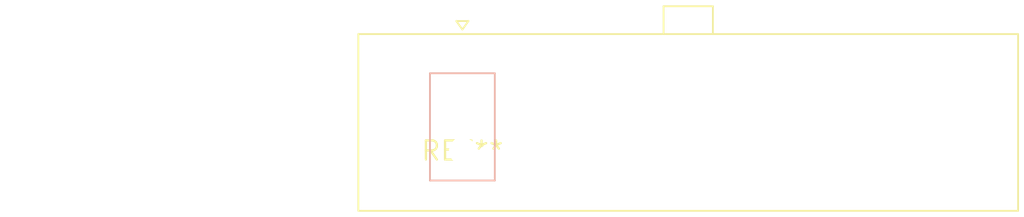
<source format=kicad_pcb>
(kicad_pcb (version 20240108) (generator pcbnew)
  (layers (0 "F.Cu" signal) (31 "B.Cu" signal) (34 "B.Paste" user) (35 "F.Paste" user) (36 "B.SilkS" user "B.Silkscreen") (37 "F.SilkS" user "F.Silkscreen") (38 "B.Mask" user) (39 "F.Mask" user) (44 "Edge.Cuts" user))
  (net 0 "")
  (footprint "Molex_Sabre_43160-2105_1x05_P7.49mm_Vertical_ThermalVias" (layer "F.Cu") (at 0 0)
    (property "Reference" "REF**")
    (property "Value" "Molex_Sabre_43160-2105_1x05_P7.49mm_Vertical_ThermalVias")
    (fp_line (start -2.15 -5.155) (end -2.15 1.975) (layer "B.SilkS") (stroke (width 0.12)))
    (fp_line (start -2.15 1.975) (end 2.15 1.975) (layer "B.SilkS") (stroke (width 0.12)))
    (fp_line (start 2.15 -5.155) (end -2.15 -5.155) (layer "B.SilkS") (stroke (width 0.12)))
    (fp_line (start 2.15 1.975) (end 2.15 -5.155) (layer "B.SilkS") (stroke (width 0.12)))
    (fp_line (start -6.9 -7.76) (end -6.9 3.99) (layer "F.SilkS") (stroke (width 0.12)))
    (fp_line (start -6.9 3.99) (end 36.86 3.99) (layer "F.SilkS") (stroke (width 0.12)))
    (fp_line (start -0.4 -8.625685) (end 0 -8.06) (layer "F.SilkS") (stroke (width 0.12)))
    (fp_line (start 0 -8.06) (end 0.4 -8.625685) (layer "F.SilkS") (stroke (width 0.12)))
    (fp_line (start 0.4 -8.625685) (end -0.4 -8.625685) (layer "F.SilkS") (stroke (width 0.12)))
    (fp_line (start 13.345 -9.61) (end 16.615 -9.61) (layer "F.SilkS") (stroke (width 0.12)))
    (fp_line (start 13.345 -7.76) (end 13.345 -9.61) (layer "F.SilkS") (stroke (width 0.12)))
    (fp_line (start 16.615 -9.61) (end 16.615 -7.76) (layer "F.SilkS") (stroke (width 0.12)))
    (fp_line (start 36.86 -7.76) (end -6.9 -7.76) (layer "F.SilkS") (stroke (width 0.12)))
    (fp_line (start 36.86 3.99) (end 36.86 -7.76) (layer "F.SilkS") (stroke (width 0.12)))
    (pad "" thru_hole circle (at -4.75 -3.43) (size 4 4) (drill 3) (layers *.Cu *.Mask) (remove_unused_layers))
    (pad "" thru_hole circle (at 34.71 -3.43) (size 4 4) (drill 3) (layers *.Cu *.Mask) (remove_unused_layers))
    (pad "1" thru_hole rect (at -1.44 -4.445) (size 0.6 0.6) (drill 0.3) (layers *.Cu *.Mask) (remove_unused_layers))
    (pad "1" thru_hole rect (at -1.44 -3.0175) (size 0.6 0.6) (drill 0.3) (layers *.Cu *.Mask) (remove_unused_layers))
    (pad "1" thru_hole rect (at -1.44 -1.59) (size 0.6 0.6) (drill 0.3) (layers *.Cu *.Mask) (remove_unused_layers))
    (pad "1" thru_hole rect (at -1.44 -0.1625) (size 0.6 0.6) (drill 0.3) (layers *.Cu *.Mask) (remove_unused_layers))
    (pad "1" thru_hole rect (at -1.44 1.265) (size 0.6 0.6) (drill 0.3) (layers *.Cu *.Mask) (remove_unused_layers))
    (pad "1" thru_hole rect (at 0 -4.445) (size 0.6 0.6) (drill 0.3) (layers *.Cu *.Mask) (remove_unused_layers))
    (pad "1" thru_hole rect (at 0 -3.18) (size 3.78 3.43) (drill 1.78) (layers *.Cu *.Mask) (remove_unused_layers))
    (pad "1" thru_hole rect (at 0 -1.59) (size 0.6 0.6) (drill 0.3) (layers *.Cu *.Mask) (remove_unused_layers))
    (pad "1" thru_hole rect (at 0 0) (size 3.78 3.43) (drill 1.78) (layers *.Cu *.Mask) (remove_unused_layers))
    (pad "1" thru_hole rect (at 0 1.265) (size 0.6 0.6) (drill 0.3) (layers *.Cu *.Mask) (remove_unused_layers))
    (pad "1" thru_hole rect (at 1.44 -4.445) (size 0.6 0.6) (drill 0.3) (layers *.Cu *.Mask) (remove_unused_layers))
    (pad "1" thru_hole rect (at 1.44 -3.0175) (size 0.6 0.6) (drill 0.3) (layers *.Cu *.Mask) (remove_unused_layers))
    (pad "1" thru_hole rect (at 1.44 -1.59) (size 0.6 0.6) (drill 0.3) (layers *.Cu *.Mask) (remove_unused_layers))
    (pad "1" thru_hole rect (at 1.44 -0.1625) (size 0.6 0.6) (drill 0.3) (layers *.Cu *.Mask) (remove_unused_layers))
    (pad "1" thru_hole rect (at 1.44 1.265) (size 0.6 0.6) (drill 0.3) (layers *.Cu *.Mask) (remove_unused_layers))
    (pad "2" thru_hole circle (at 6.05 -4.445) (size 0.6 0.6) (drill 0.3) (layers *.Cu *.Mask) (remove_unused_layers))
    (pad "2" thru_hole circle (at 6.05 -3.0175) (size 0.6 0.6) (drill 0.3) (layers *.Cu *.Mask) (remove_unused_layers))
    (pad "2" thru_hole circle (at 6.05 -1.59) (size 0.6 0.6) (drill 0.3) (layers *.Cu *.Mask) (remove_unused_layers))
    (pad "2" thru_hole circle (at 6.05 -0.1625) (size 0.6 0.6) (drill 0.3) (layers *.Cu *.Mask) (remove_unused_layers))
    (pad "2" thru_hole circle (at 6.05 1.265) (size 0.6 0.6) (drill 0.3) (layers *.Cu *.Mask) (remove_unused_layers))
    (pad "2" thru_hole circle (at 7.49 -4.445) (size 0.6 0.6) (drill 0.3) (layers *.Cu *.Mask) (remove_unused_layers))
    (pad "2" thru_hole rect (at 7.49 -3.18) (size 3.78 3.43) (drill 1.78) (layers *.Cu *.Mask) (remove_unused_layers))
    (pad "2" thru_hole circle (at 7.49 -1.59) (size 0.6 0.6) (drill 0.3) (layers *.Cu *.Mask) (remove_unused_layers))
    (pad "2" thru_hole rect (at 7.49 0) (size 3.78 3.43) (drill 1.78) (layers *.Cu *.Mask) (remove_unused_layers))
    (pad "2" thru_hole circle (at 7.49 1.265) (size 0.6 0.6) (drill 0.3) (layers *.Cu *.Mask) (remove_unused_layers))
    (pad "2" thru_hole circle (at 8.93 -4.445) (size 0.6 0.6) (drill 0.3) (layers *.Cu *.Mask) (remove_unused_layers))
    (pad "2" thru_hole circle (at 8.93 -3.0175) (size 0.6 0.6) (drill 0.3) (layers *.Cu *.Mask) (remove_unused_layers))
    (pad "2" thru_hole circle (at 8.93 -1.59) (size 0.6 0.6) (drill 0.3) (layers *.Cu *.Mask) (remove_unused_layers))
    (pad "2" thru_hole circle (at 8.93 -0.1625) (size 0.6 0.6) (drill 0.3) (layers *.Cu *.Mask) (remove_unused_layers))
    (pad "2" thru_hole circle (at 8.93 1.265) (size 0.6 0.6) (drill 0.3) (layers *.Cu *.Mask) (remove_unused_layers))
    (pad "3" thru_hole circle (at 13.54 -4.445) (size 0.6 0.6) (drill 0.3) (layers *.Cu *.Mask) (remove_unused_layers))
    (pad "3" thru_hole circle (at 13.54 -3.0175) (size 0.6 0.6) (drill 0.3) (layers *.Cu *.Mask) (remove_unused_layers))
    (pad "3" thru_hole circle (at 13.54 -1.59) (size 0.6 0.6) (drill 0.3) (layers *.Cu *.Mask) (remove_unused_layers))
    (pad "3" thru_hole circle (at 13.54 -0.1625) (size 0.6 0.6) (drill 0.3) (layers *.Cu *.Mask) (remove_unused_layers))
    (pad "3" thru_hole circle (at 13.54 1.265) (size 0.6 0.6) (drill 0.3) (layers *.Cu *.Mask) (remove_unused_layers))
    (pad "3" thru_hole circle (at 14.98 -4.445) (size 0.6 0.6) (drill 0.3) (layers *.Cu *.Mask) (remove_unused_layers))
    (pad "3" thru_hole rect (at 14.98 -3.18) (size 3.78 3.43) (drill 1.78) (layers *.Cu *.Mask) (remove_unused_layers))
    (pad "3" thru_hole circle (at 14.98 -1.59) (size 0.6 0.6) (drill 0.3) (layers *.Cu *.Mask) (remove_unused_layers))
    (pad "3" thru_hole rect (at 14.98 0) (size 3.78 3.43) (drill 1.78) (layers *.Cu *.Mask) (remove_unused_layers))
    (pad "3" thru_hole circle (at 14.98 1.265) (size 0.6 0.6) (drill 0.3) (layers *.Cu *.Mask) (remove_unused_layers))
    (pad "3" thru_hole circle (at 16.42 -4.445) (size 0.6 0.6) (drill 0.3) (layers *.Cu *.Mask) (remove_unused_layers))
    (pad "3" thru_hole circle (at 16.42 -3.0175) (size 0.6 0.6) (drill 0.3) (layers *.Cu *.Mask) (remove_unused_layers))
    (pad "3" thru_hole circle (at 16.42 -1.59) (size 0.6 0.6) (drill 0.3) (layers *.Cu *.Mask) (remove_unused_layers))
    (pad "3" thru_hole circle (at 16.42 -0.1625) (size 0.6 0.6) (drill 0.3) (layers *.Cu *.Mask) (remove_unused_layers))
    (pad "3" thru_hole circle (at 16.42 1.265) (size 0.6 0.6) (drill 0.3) (layers *.Cu *.Mask) (remove_unused_layers))
    (pad "4" thru_hole circle (at 21.03 -4.445) (size 0.6 0.6) (drill 0.3) (layers *.Cu *.Mask) (remove_unused_layers))
    (pad "4" thru_hole circle (at 21.03 -3.0175) (size 0.6 0.6) (drill 0.3) (layers *.Cu *.Mask) (remove_unused_layers))
    (pad "4" thru_hole circle (at 21.03 -1.59) (size 0.6 0.6) (drill 0.3) (layers *.Cu *.Mask) (remove_unused_layers))
    (pad "4" thru_hole circle (at 21.03 -0.1625) (size 0.6 0.6) (drill 0.3) (layers *.Cu *.Mask) (remove_unused_layers))
    (pad "4" thru_hole circle (at 21.03 1.265) (size 0.6 0.6) (drill 0.3) (layers *.Cu *.Mask) (remove_unused_layers))
    (pad "4" thru_hole circle (at 22.47 -4.445) (size 0.6 0.6) (drill 0.3) (layers *.Cu *.Mask) (remove_unused_layers))
    (pad "4" thru_hole rect (at 22.47 -3.18) (size 3.78 3.43) (drill 1.78) (layers *.Cu *.Mask) (remove_unused_layers))
    (pad "4" thru_hole circle (at 22.47 -1.59) (size 0.6 0.6) (drill 0.3) (layers *.Cu *.Mask) (remove_unused_layers))
    (pad "4" thru_hole rect (at 22.47 0) (size 3.78 3.43) (drill 1.78) (layers *.Cu *.Mask) (remove_unused_layers))
    (pad "4" thru_hole circle (at 22.47 1.265) (size 0.6 0.6) (drill 0.3) (layers *.Cu *.Mask) (remove_unused_layers))
    (pad "4" thru_hole circle (at 23.91 -4.445) (size 0.6 0.6) (drill 0.3) (layers *.Cu *.Mask) (remove_unused_layers))
    (pad "4" thru_hole circle (at 23.91 -3.0175) (size 0.6 0.6) (drill 0.3) (layers *.Cu *.Mask) (remove_unused_layers))
    (pad "4" thru_hole circle (at 23.91 -1.59) (size 0.6 0.6) (drill 0.3) (layers *.Cu *.Mask) (remove_unused_layers))
    (pad "4" thru_hole circle (at 23.91 -0.1625) (size 0.6 0.6) (drill 0.3) (layers *.Cu *.Mask) (remove_unused_layers))
    (pad "4" thru_hole circle (at 23.91 1.265) (size 0.6 0.6) (drill 0.3) (layers *.Cu *.Mask) (remove_unused_layers))
    (pad "5" thru_hole circle (at 28.52 -4.445) (size 0.6 0.6) (drill 0.3) (layers *.Cu *.Mask) (remove_unused_layers))
    (pad "5" thru_hole circle (at 28.52 -3.0175) (size 0.6 0.6) (drill 0.3) (layers *.Cu *.Mask) (remove_unused_layers))
    (pad "5" thru_hole circle (at 28.52 -1.59) (size 0.6 0.6) (drill 0.3) (layers *.Cu *.Mask) (remove_unused_layers))
    (pad "5" thru_hole circle (at 28.52 -0.1625) (size 0.6 0.6) (drill 0.3) (layers *.Cu *.Mask) (remove_unused_layers))
    (pad "5" thru_hole circle (at 28.52 1.265) (size 0.6 0.6) (drill 0.3) (layers *.Cu *.Mask) (remove_unused_layers))
    (pad "5" thru_hole circle (at 29.96 -4.445) (size 0.6 0.6) (drill 0.3) (layers *.Cu *.Mask) (remove_unused_layers))
    (pad "5" thru_hole rect (at 29.96 -3.18) (size 3.78 3.43) (drill 1.78) (layers *.Cu *.Mask) (remove_unused_layers))
    (pad "5" thru_hole circle (at 29.96 -1.59) (size 0.6 0.6) (drill 0.3) (layers *.Cu *.Mask) (remove_unused_layers))
    (pad "5" thru_hole rect (at 29.96 0) (size 3.78 3.43) (drill 1.78) (layers *.Cu *.Mask) (remove_unused_layers))
    (pad "5" thru_hole circle (at 29.96 1.265) (size 0.6 0.6) (drill 0.3) (layers *.Cu *.Mask) (remove_unused_layers))
    (pad "5" thru_hole circle (at 31.4 -4.445) (size 0.6 0.6) (drill 0.3) (layers *.Cu *.Mask) (remove_unused_layers))
    (pad "5" thru_hole circle (at 31.4 -3.0175) (size 0.6 0.6) (drill 0.3) (layers *.Cu *.Mask) (remove_unused_layers))
    (pad "5" thru_hole circle (at 31.4 -1.59) (size 0.6 0.6) (drill 0.3) (layers *.Cu *.Mask) (remove_unused_layers))
    (pad "5" thru_hole circle (at 31.4 -0.1625) (size 0.6 0.6) (drill 0.3) (layers *.Cu *.Mask) (remove_unused_layers))
    (pad "5" thru_hole circle (at 31.4 1.265) (size 0.6 0.6) (drill 0.3) (layers *.Cu *.Mask) (remove_unused_layers))
  )
)
</source>
